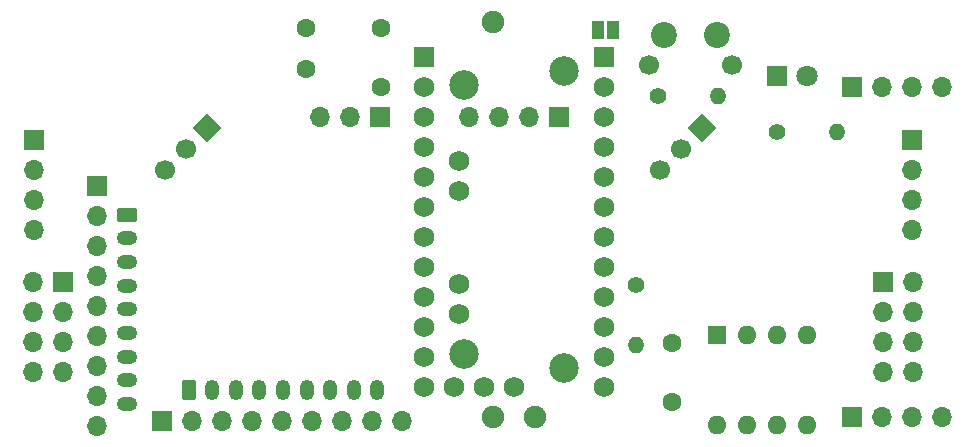
<source format=gbr>
%TF.GenerationSoftware,KiCad,Pcbnew,7.0.7*%
%TF.CreationDate,2023-10-01T14:42:12+02:00*%
%TF.ProjectId,Angle_Ana_Sw,416e676c-655f-4416-9e61-5f53772e6b69,1.0*%
%TF.SameCoordinates,Original*%
%TF.FileFunction,Soldermask,Bot*%
%TF.FilePolarity,Negative*%
%FSLAX46Y46*%
G04 Gerber Fmt 4.6, Leading zero omitted, Abs format (unit mm)*
G04 Created by KiCad (PCBNEW 7.0.7) date 2023-10-01 14:42:12*
%MOMM*%
%LPD*%
G01*
G04 APERTURE LIST*
G04 Aperture macros list*
%AMRoundRect*
0 Rectangle with rounded corners*
0 $1 Rounding radius*
0 $2 $3 $4 $5 $6 $7 $8 $9 X,Y pos of 4 corners*
0 Add a 4 corners polygon primitive as box body*
4,1,4,$2,$3,$4,$5,$6,$7,$8,$9,$2,$3,0*
0 Add four circle primitives for the rounded corners*
1,1,$1+$1,$2,$3*
1,1,$1+$1,$4,$5*
1,1,$1+$1,$6,$7*
1,1,$1+$1,$8,$9*
0 Add four rect primitives between the rounded corners*
20,1,$1+$1,$2,$3,$4,$5,0*
20,1,$1+$1,$4,$5,$6,$7,0*
20,1,$1+$1,$6,$7,$8,$9,0*
20,1,$1+$1,$8,$9,$2,$3,0*%
%AMHorizOval*
0 Thick line with rounded ends*
0 $1 width*
0 $2 $3 position (X,Y) of the first rounded end (center of the circle)*
0 $4 $5 position (X,Y) of the second rounded end (center of the circle)*
0 Add line between two ends*
20,1,$1,$2,$3,$4,$5,0*
0 Add two circle primitives to create the rounded ends*
1,1,$1,$2,$3*
1,1,$1,$4,$5*%
%AMRotRect*
0 Rectangle, with rotation*
0 The origin of the aperture is its center*
0 $1 length*
0 $2 width*
0 $3 Rotation angle, in degrees counterclockwise*
0 Add horizontal line*
21,1,$1,$2,0,0,$3*%
G04 Aperture macros list end*
%ADD10RotRect,1.700000X1.700000X315.000000*%
%ADD11HorizOval,1.700000X0.000000X0.000000X0.000000X0.000000X0*%
%ADD12C,1.900000*%
%ADD13C,2.500000*%
%ADD14R,1.700000X1.700000*%
%ADD15O,1.700000X1.700000*%
%ADD16C,1.600000*%
%ADD17R,1.600000X1.600000*%
%ADD18O,1.600000X1.600000*%
%ADD19RoundRect,0.250000X-0.350000X-0.625000X0.350000X-0.625000X0.350000X0.625000X-0.350000X0.625000X0*%
%ADD20O,1.200000X1.750000*%
%ADD21C,1.400000*%
%ADD22O,1.400000X1.400000*%
%ADD23R,1.000000X1.500000*%
%ADD24RoundRect,0.250000X-0.625000X0.350000X-0.625000X-0.350000X0.625000X-0.350000X0.625000X0.350000X0*%
%ADD25O,1.750000X1.200000*%
%ADD26R,1.800000X1.800000*%
%ADD27C,1.800000*%
%ADD28C,2.200000*%
%ADD29C,1.700000*%
%ADD30C,1.727200*%
%ADD31R,1.727200X1.727200*%
G04 APERTURE END LIST*
D10*
%TO.C,U2*%
X196266057Y-107583954D03*
D11*
X194470005Y-109380005D03*
X192673954Y-111176057D03*
%TD*%
D10*
%TO.C,U4*%
X154357557Y-107583954D03*
D11*
X152561505Y-109380005D03*
X150765454Y-111176057D03*
%TD*%
D12*
%TO.C,RV1*%
X178590000Y-132080000D03*
X182090000Y-132080000D03*
X178590000Y-98580000D03*
D13*
X176090000Y-126730000D03*
X176090000Y-103930000D03*
X184590000Y-127930000D03*
X184590000Y-102730000D03*
%TD*%
D14*
%TO.C,J7*%
X142175000Y-120650000D03*
D15*
X139635000Y-120650000D03*
X142175000Y-123190000D03*
X139635000Y-123190000D03*
X142175000Y-125730000D03*
X139635000Y-125730000D03*
X142175000Y-128270000D03*
X139635000Y-128270000D03*
%TD*%
D16*
%TO.C,C2*%
X193675000Y-130810000D03*
X193675000Y-125810000D03*
%TD*%
%TO.C,C3*%
X169037000Y-99100000D03*
X169037000Y-104100000D03*
%TD*%
D17*
%TO.C,U1*%
X197485000Y-125095000D03*
D18*
X200025000Y-125095000D03*
X202565000Y-125095000D03*
X205105000Y-125095000D03*
X205105000Y-132715000D03*
X202565000Y-132715000D03*
X200025000Y-132715000D03*
X197485000Y-132715000D03*
%TD*%
D19*
%TO.C,J10*%
X152781000Y-129794000D03*
D20*
X154781000Y-129794000D03*
X156781000Y-129794000D03*
X158781000Y-129794000D03*
X160781000Y-129794000D03*
X162781000Y-129794000D03*
X164781000Y-129794000D03*
X166781000Y-129794000D03*
X168781000Y-129794000D03*
%TD*%
D14*
%TO.C,SW2*%
X169022000Y-106680000D03*
D15*
X166482000Y-106680000D03*
X163942000Y-106680000D03*
%TD*%
D21*
%TO.C,R3*%
X192532000Y-104902000D03*
D22*
X197612000Y-104902000D03*
%TD*%
D14*
%TO.C,J3*%
X208915000Y-104140000D03*
D15*
X211455000Y-104140000D03*
X213995000Y-104140000D03*
X216535000Y-104140000D03*
%TD*%
D14*
%TO.C,J10B1*%
X150495000Y-132373500D03*
D15*
X153035000Y-132373500D03*
X155575000Y-132373500D03*
X158115000Y-132373500D03*
X160655000Y-132373500D03*
X163195000Y-132373500D03*
X165735000Y-132373500D03*
X168275000Y-132373500D03*
X170815000Y-132373500D03*
%TD*%
D16*
%TO.C,C1*%
X162687000Y-99088000D03*
X162687000Y-102588000D03*
%TD*%
D23*
%TO.C,JP1*%
X187437000Y-99314000D03*
X188737000Y-99314000D03*
%TD*%
D24*
%TO.C,J9*%
X147574000Y-114935000D03*
D25*
X147574000Y-116935000D03*
X147574000Y-118935000D03*
X147574000Y-120935000D03*
X147574000Y-122935000D03*
X147574000Y-124935000D03*
X147574000Y-126935000D03*
X147574000Y-128935000D03*
X147574000Y-130935000D03*
%TD*%
D14*
%TO.C,J6*%
X211545000Y-120650000D03*
D15*
X214085000Y-120650000D03*
X211545000Y-123190000D03*
X214085000Y-123190000D03*
X211545000Y-125730000D03*
X214085000Y-125730000D03*
X211545000Y-128270000D03*
X214085000Y-128270000D03*
%TD*%
D26*
%TO.C,D1*%
X202585000Y-103155000D03*
D27*
X205125000Y-103155000D03*
%TD*%
D28*
%TO.C,SW1*%
X197505000Y-99735000D03*
X193005000Y-99735000D03*
D29*
X198755000Y-102235000D03*
X191755000Y-102235000D03*
%TD*%
D30*
%TO.C,U3*%
X172720000Y-119380000D03*
X172720000Y-116840000D03*
X172720000Y-114300000D03*
X172720000Y-111760000D03*
X175645900Y-112910600D03*
X175645900Y-110370600D03*
X177800000Y-129540000D03*
X175645900Y-123324600D03*
X175645900Y-120784000D03*
X175260000Y-129540000D03*
X187960000Y-104140000D03*
D31*
X187960000Y-101600000D03*
D30*
X187960000Y-111760000D03*
X187960000Y-114300000D03*
X187960000Y-116840000D03*
X187960000Y-119380000D03*
X187960000Y-121920000D03*
X187960000Y-124460000D03*
X187960000Y-127000000D03*
X187960000Y-129540000D03*
X172720000Y-129540000D03*
X172720000Y-127000000D03*
X172720000Y-124460000D03*
X172720000Y-121920000D03*
X187960000Y-109220000D03*
X180340000Y-129540000D03*
X172720000Y-104140000D03*
D31*
X172720000Y-101600000D03*
D30*
X187960000Y-106680000D03*
X172720000Y-106680000D03*
X172720000Y-109220000D03*
%TD*%
D14*
%TO.C,J1*%
X184150000Y-106680000D03*
D15*
X181610000Y-106680000D03*
X179070000Y-106680000D03*
X176530000Y-106680000D03*
%TD*%
D14*
%TO.C,J5*%
X213995000Y-108585000D03*
D15*
X213995000Y-111125000D03*
X213995000Y-113665000D03*
X213995000Y-116205000D03*
%TD*%
D21*
%TO.C,R2*%
X190627000Y-120904000D03*
D22*
X190627000Y-125984000D03*
%TD*%
D14*
%TO.C,J9B1*%
X145034000Y-112522000D03*
D15*
X145034000Y-115062000D03*
X145034000Y-117602000D03*
X145034000Y-120142000D03*
X145034000Y-122682000D03*
X145034000Y-125222000D03*
X145034000Y-127762000D03*
X145034000Y-130302000D03*
X145034000Y-132842000D03*
%TD*%
D21*
%TO.C,R1*%
X202565000Y-107950000D03*
D22*
X207645000Y-107950000D03*
%TD*%
D14*
%TO.C,J4*%
X139700000Y-108585000D03*
D15*
X139700000Y-111125000D03*
X139700000Y-113665000D03*
X139700000Y-116205000D03*
%TD*%
D14*
%TO.C,J2*%
X208915000Y-132080000D03*
D15*
X211455000Y-132080000D03*
X213995000Y-132080000D03*
X216535000Y-132080000D03*
%TD*%
M02*

</source>
